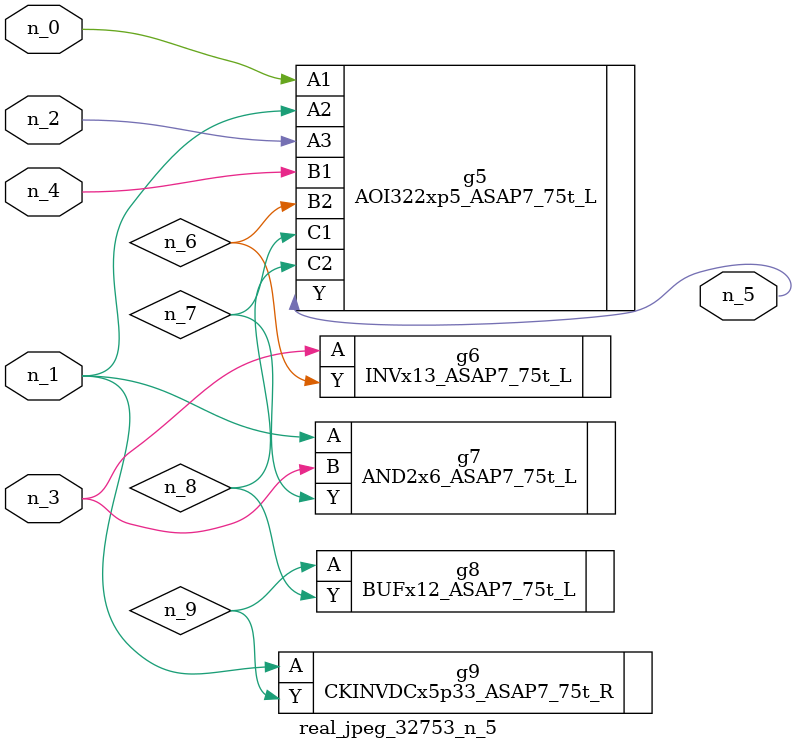
<source format=v>
module real_jpeg_32753_n_5 (n_4, n_0, n_1, n_2, n_3, n_5);

input n_4;
input n_0;
input n_1;
input n_2;
input n_3;

output n_5;

wire n_8;
wire n_6;
wire n_7;
wire n_9;

AOI322xp5_ASAP7_75t_L g5 ( 
.A1(n_0),
.A2(n_1),
.A3(n_2),
.B1(n_4),
.B2(n_6),
.C1(n_7),
.C2(n_8),
.Y(n_5)
);

AND2x6_ASAP7_75t_L g7 ( 
.A(n_1),
.B(n_3),
.Y(n_7)
);

CKINVDCx5p33_ASAP7_75t_R g9 ( 
.A(n_1),
.Y(n_9)
);

INVx13_ASAP7_75t_L g6 ( 
.A(n_3),
.Y(n_6)
);

BUFx12_ASAP7_75t_L g8 ( 
.A(n_9),
.Y(n_8)
);


endmodule
</source>
